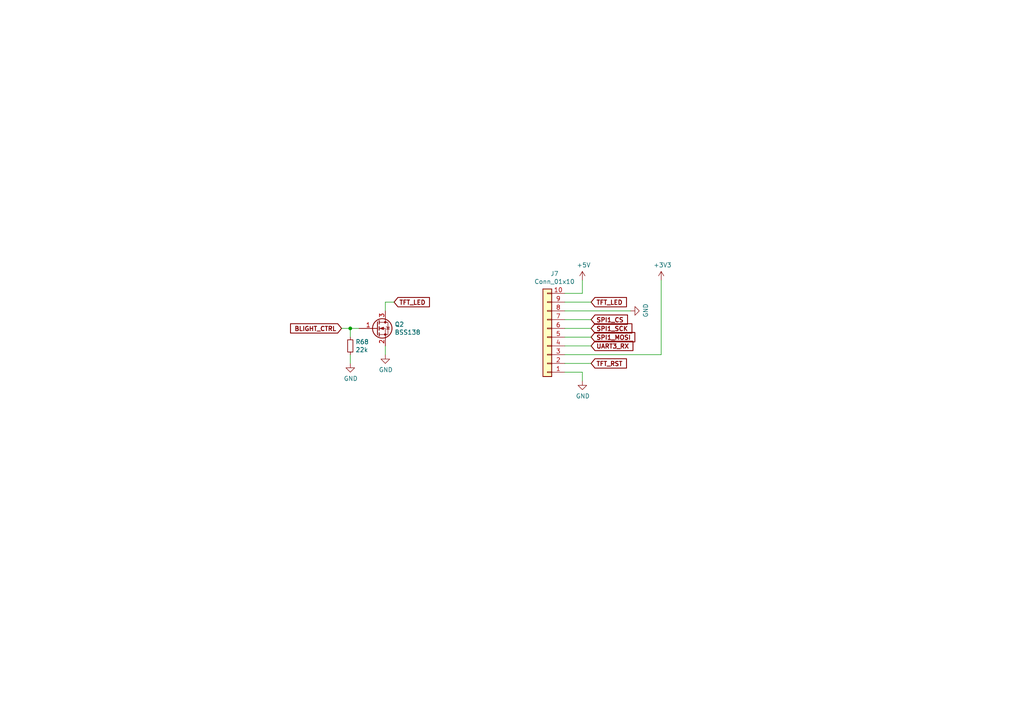
<source format=kicad_sch>
(kicad_sch (version 20211123) (generator eeschema)
  (paper "A4")
  (title_block (title "HMI Board Connector") (comment 3 "Author: DB9MAT Mathis, SO3ALG Nikoloz, SP5WWP Wojciech") (comment 4 "TR-9 Open Source Digital Radio"))
  (lib_symbols
    (symbol "Mainboard-rescue:BSS138-transistors" (pin_names (offset 0) hide)
      (property "Reference" "Q" (at 5.08 1.905 0))
      (property "Value" "BSS138-transistors" (at 5.08 0 0))
      (symbol "BSS138-transistors_0_1"
        (polyline (pts (xy 0.762 -1.778) (xy 2.54 -1.778)))
        (polyline (pts (xy 0.762 -1.27) (xy 0.762 -2.286)) (stroke (width 0.254)))
        (polyline (pts (xy 0.762 0) (xy 2.54 0)))
        (polyline (pts (xy 0.762 0.508) (xy 0.762 -0.508)) (stroke (width 0.254)))
        (polyline (pts (xy 0.762 1.778) (xy 2.54 1.778)))
        (polyline (pts (xy 0.762 2.286) (xy 0.762 1.27)) (stroke (width 0.254)))
        (polyline (pts (xy 2.54 -1.778) (xy 2.54 -2.54)))
        (polyline (pts (xy 2.54 -1.778) (xy 2.54 0)))
        (polyline (pts (xy 2.54 2.54) (xy 2.54 1.778)))
        (polyline (pts (xy 0.254 1.905) (xy 0.254 -1.905) (xy 0.254 -1.905)) (stroke (width 0.254)))
        (polyline (pts (xy 1.016 0) (xy 2.032 0.381) (xy 2.032 -0.381) (xy 1.016 0)) (fill (type outline)))
        (polyline (pts (xy 2.54 -1.778) (xy 3.302 -1.778) (xy 3.302 1.778) (xy 2.54 1.778)))
        (polyline (pts (xy 2.794 0.508) (xy 2.921 0.381) (xy 3.683 0.381) (xy 3.81 0.254)))
        (polyline (pts (xy 3.302 0.381) (xy 2.921 -0.254) (xy 3.683 -0.254) (xy 3.302 0.381)))
        (circle (center 1.651 0) (radius 2.8194) (stroke (width 0.254)))
        (circle (center 2.54 -1.778) (radius 0.2794) (fill (type outline)))
        (circle (center 2.54 1.778) (radius 0.2794) (fill (type outline)))
      )
      (symbol "BSS138-transistors_1_1"
        (pin input line (at -5.08 0 0) (length 5.334) (name "G") (number "1"))
        (pin passive line (at 2.54 -5.08 90) (length 2.54) (name "S") (number "2"))
        (pin passive line (at 2.54 5.08 270) (length 2.54) (name "D") (number "3"))
      )
    )
    (symbol "Mainboard-rescue:Conn_01x10-Connector_Generic" (pin_names (offset 1.016) hide)
      (property "Reference" "J" (at 0 12.7 0))
      (property "Value" "Conn_01x10-Connector_Generic" (at 0 -15.24 0))
      (symbol "Conn_01x10-Connector_Generic_1_1"
        (rectangle (start -1.27 -12.573) (end 0 -12.827) (stroke (width 0.1524)))
        (rectangle (start -1.27 -10.033) (end 0 -10.287) (stroke (width 0.1524)))
        (rectangle (start -1.27 -7.493) (end 0 -7.747) (stroke (width 0.1524)))
        (rectangle (start -1.27 -4.953) (end 0 -5.207) (stroke (width 0.1524)))
        (rectangle (start -1.27 -2.413) (end 0 -2.667) (stroke (width 0.1524)))
        (rectangle (start -1.27 0.127) (end 0 -0.127) (stroke (width 0.1524)))
        (rectangle (start -1.27 2.667) (end 0 2.413) (stroke (width 0.1524)))
        (rectangle (start -1.27 5.207) (end 0 4.953) (stroke (width 0.1524)))
        (rectangle (start -1.27 7.747) (end 0 7.493) (stroke (width 0.1524)))
        (rectangle (start -1.27 10.287) (end 0 10.033) (stroke (width 0.1524)))
        (rectangle (start -1.27 11.43) (end 1.27 -13.97) (stroke (width 0.254)) (fill (type background)))
        (pin passive line (at -5.08 10.16 0) (length 3.81) (name "Pin_1") (number "1"))
        (pin passive line (at -5.08 -12.7 0) (length 3.81) (name "Pin_10") (number "10"))
        (pin passive line (at -5.08 7.62 0) (length 3.81) (name "Pin_2") (number "2"))
        (pin passive line (at -5.08 5.08 0) (length 3.81) (name "Pin_3") (number "3"))
        (pin passive line (at -5.08 2.54 0) (length 3.81) (name "Pin_4") (number "4"))
        (pin passive line (at -5.08 0 0) (length 3.81) (name "Pin_5") (number "5"))
        (pin passive line (at -5.08 -2.54 0) (length 3.81) (name "Pin_6") (number "6"))
        (pin passive line (at -5.08 -5.08 0) (length 3.81) (name "Pin_7") (number "7"))
        (pin passive line (at -5.08 -7.62 0) (length 3.81) (name "Pin_8") (number "8"))
        (pin passive line (at -5.08 -10.16 0) (length 3.81) (name "Pin_9") (number "9"))
      )
    )
    (symbol "Mainboard-rescue:R_Small-device" (pin_numbers hide) (pin_names (offset 0.254) hide)
      (property "Reference" "R" (at 0.762 0.508 0))
      (property "Value" "R_Small-device" (at 0.762 -1.016 0))
      (symbol "R_Small-device_0_1"
        (rectangle (start -0.762 1.778) (end 0.762 -1.778) (stroke (width 0.2032)))
      )
      (symbol "R_Small-device_1_1"
        (pin passive line (at 0 2.54 270) (length 0.762) (name "~") (number "1"))
        (pin passive line (at 0 -2.54 90) (length 0.762) (name "~") (number "2"))
      )
    )
    (symbol "power:+3V3" (power) (pin_names (offset 0))
      (property "Value" "+3V3" (at 0 3.556 0))
      (symbol "+3V3_0_1"
        (polyline (pts (xy -0.762 1.27) (xy 0 2.54)))
        (polyline (pts (xy 0 0) (xy 0 2.54)))
        (polyline (pts (xy 0 2.54) (xy 0.762 1.27)))
      )
      (symbol "+3V3_1_1"
        (pin power_in line (at 0 0 90) (length 0) hide (name "+3V3") (number "1"))
      )
    )
    (symbol "power:+5V" (power) (pin_names (offset 0))
      (property "Value" "+5V" (at 0 3.556 0))
      (symbol "+5V_0_1"
        (polyline (pts (xy -0.762 1.27) (xy 0 2.54)))
        (polyline (pts (xy 0 0) (xy 0 2.54)))
        (polyline (pts (xy 0 2.54) (xy 0.762 1.27)))
      )
      (symbol "+5V_1_1"
        (pin power_in line (at 0 0 90) (length 0) hide (name "+5V") (number "1"))
      )
    )
    (symbol "power:GND" (power) (pin_names (offset 0))
      (property "Value" "GND" (at 0 -3.81 0))
      (symbol "GND_0_1"
        (polyline (pts (xy 0 0) (xy 0 -1.27) (xy 1.27 -1.27) (xy 0 -2.54) (xy -1.27 -1.27) (xy 0 -1.27)))
      )
      (symbol "GND_1_1"
        (pin power_in line (at 0 0 270) (length 0) hide (name "GND") (number "1"))
      )
    )
  )
  (junction (at 101.6 95.25))
  (wire (pts (xy 163.83 87.63) (xy 171.45 87.63)))
  (wire (pts (xy 101.6 95.25) (xy 101.6 97.79)))
  (wire (pts (xy 101.6 102.87) (xy 101.6 105.41)))
  (wire (pts (xy 99.06 95.25) (xy 101.6 95.25)))
  (wire (pts (xy 104.14 95.25) (xy 101.6 95.25)))
  (wire (pts (xy 163.83 95.25) (xy 171.45 95.25)))
  (wire (pts (xy 163.83 105.41) (xy 171.45 105.41)))
  (wire (pts (xy 163.83 100.33) (xy 171.45 100.33)))
  (wire (pts (xy 163.83 90.17) (xy 182.88 90.17)))
  (wire (pts (xy 163.83 97.79) (xy 171.45 97.79)))
  (wire (pts (xy 111.76 100.33) (xy 111.76 102.87)))
  (wire (pts (xy 163.83 92.71) (xy 171.45 92.71)))
  (wire (pts (xy 163.83 107.95) (xy 168.91 107.95)))
  (wire (pts (xy 163.83 85.09) (xy 168.91 85.09)))
  (wire (pts (xy 191.77 81.28) (xy 191.77 102.87)))
  (wire (pts (xy 111.76 87.63) (xy 114.3 87.63)))
  (wire (pts (xy 168.91 85.09) (xy 168.91 81.28)))
  (wire (pts (xy 163.83 102.87) (xy 191.77 102.87)))
  (wire (pts (xy 111.76 90.17) (xy 111.76 87.63)))
  (wire (pts (xy 168.91 107.95) (xy 168.91 110.49)))
  (global_label "SPI1_SCK" (shape input) (at 171.45 95.25 0) (effects (font (thickness 0.254) bold)) (property "Intersheet References" "${INTERSHEET_REFS}" (effects hide)))
  (global_label "SPI1_MOSI" (shape input) (at 171.45 97.79 0) (effects (font (thickness 0.254) bold)) (property "Intersheet References" "${INTERSHEET_REFS}" (effects hide)))
  (global_label "SPI1_CS" (shape input) (at 171.45 92.71 0) (effects (font (thickness 0.254) bold)) (property "Intersheet References" "${INTERSHEET_REFS}" (effects hide)))
  (global_label "TFT_LED" (shape input) (at 114.3 87.63 0) (effects (font (thickness 0.254) bold)) (property "Intersheet References" "${INTERSHEET_REFS}" (effects hide)))
  (global_label "BLIGHT_CTRL" (shape input) (at 99.06 95.25 180) (effects (font (thickness 0.254) bold)) (property "Intersheet References" "${INTERSHEET_REFS}" (effects hide)))
  (global_label "UART3_RX" (shape input) (at 171.45 100.33 0) (effects (font (thickness 0.254) bold)) (property "Intersheet References" "${INTERSHEET_REFS}" (effects hide)))
  (global_label "TFT_RST" (shape input) (at 171.45 105.41 0) (effects (font (thickness 0.254) bold)) (property "Intersheet References" "${INTERSHEET_REFS}" (effects hide)))
  (global_label "TFT_LED" (shape input) (at 171.45 87.63 0) (effects (font (thickness 0.254) bold)) (property "Intersheet References" "${INTERSHEET_REFS}" (effects hide)))
  (symbol (lib_id "Mainboard-rescue:BSS138-transistors") (at 109.22 95.25 0) (unit 1)
    (property "Reference" "Q2" (at 114.4524 94.0816 0) (effects (justify left)))
    (property "Value" "BSS138" (at 114.4524 96.393 0) (effects (justify left)))
    (property "Footprint" "Package_TO_SOT_SMD:SOT-23" (effects hide))
    (property "Datasheet" "https://www.fairchildsemi.com/datasheets/BS/BSS138.pdf" (effects hide))
  )
  (symbol (lib_id "power:GND") (at 111.76 102.87 0) (unit 1)
    (property "Reference" "#PWR051" (effects hide))
    (property "Value" "GND" (at 111.887 107.2642 0))
  )
  (symbol (lib_id "power:GND") (at 168.91 110.49 0) (unit 1)
    (property "Reference" "#PWR053" (effects hide))
    (property "Value" "GND" (at 169.037 114.8842 0))
  )
  (symbol (lib_id "Mainboard-rescue:Conn_01x10-Connector_Generic") (at 158.75 97.79 180) (unit 1)
    (property "Reference" "J7" (at 160.8328 79.375 0))
    (property "Value" "Conn_01x10" (at 160.8328 81.6864 0))
    (property "Footprint" "Connector_FFC-FPC:Hirose_FH12-10S-0.5SH_1x10-1MP_P0.50mm_Horizontal" (effects hide))
  )
  (symbol (lib_id "power:+5V") (at 168.91 81.28 0) (unit 1)
    (property "Reference" "#PWR0179" (effects hide))
    (property "Value" "+5V" (at 169.291 76.8858 0))
  )
  (symbol (lib_id "power:+3V3") (at 191.77 81.28 0) (unit 1)
    (property "Reference" "#PWR0194" (effects hide))
    (property "Value" "+3V3" (at 192.151 76.8858 0))
  )
  (symbol (lib_id "power:GND") (at 182.88 90.17 90) (unit 1)
    (property "Reference" "#PWR0195" (effects hide))
    (property "Value" "GND" (at 187.2742 90.043 0))
  )
  (symbol (lib_id "Mainboard-rescue:R_Small-device") (at 101.6 100.33 0) (unit 1)
    (property "Reference" "R68" (at 103.0986 99.1616 0) (effects (justify left)))
    (property "Value" "22k" (at 103.0986 101.473 0) (effects (justify left)))
    (property "Footprint" "Resistor_SMD:R_0603_1608Metric" (effects hide))
    (property "Power" "0.125" (effects hide))
    (property "Tolerance" "5" (effects hide))
  )
  (symbol (lib_id "power:GND") (at 101.6 105.41 0) (unit 1)
    (property "Reference" "#PWR0200" (effects hide))
    (property "Value" "GND" (at 101.727 109.8042 0))
  )
)
</source>
